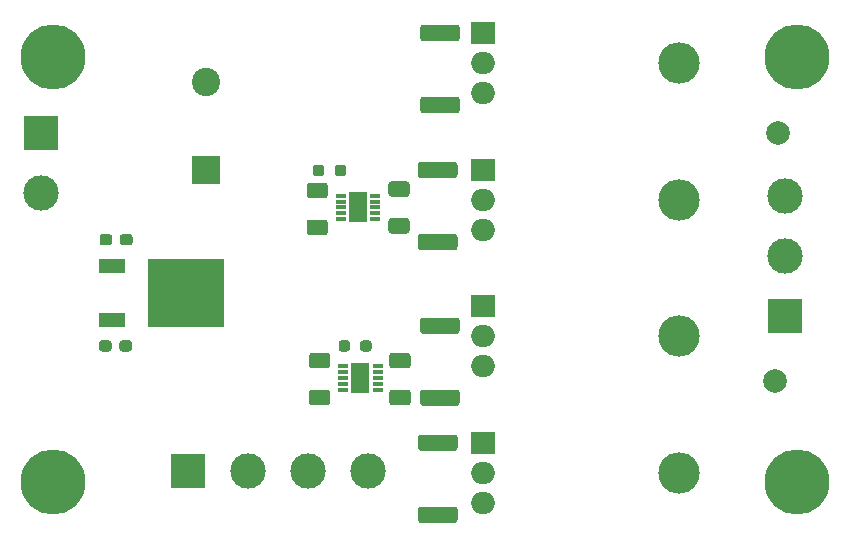
<source format=gts>
G04 #@! TF.GenerationSoftware,KiCad,Pcbnew,5.1.10*
G04 #@! TF.CreationDate,2021-08-14T17:22:50+12:00*
G04 #@! TF.ProjectId,GateStage,47617465-5374-4616-9765-2e6b69636164,rev?*
G04 #@! TF.SameCoordinates,Original*
G04 #@! TF.FileFunction,Soldermask,Top*
G04 #@! TF.FilePolarity,Negative*
%FSLAX46Y46*%
G04 Gerber Fmt 4.6, Leading zero omitted, Abs format (unit mm)*
G04 Created by KiCad (PCBNEW 5.1.10) date 2021-08-14 17:22:50*
%MOMM*%
%LPD*%
G01*
G04 APERTURE LIST*
%ADD10R,1.650000X2.600000*%
%ADD11R,0.850000X0.300000*%
%ADD12C,2.000000*%
%ADD13C,3.000000*%
%ADD14R,3.000000X3.000000*%
%ADD15C,5.500000*%
%ADD16C,2.400000*%
%ADD17R,2.400000X2.400000*%
%ADD18R,6.400000X5.800000*%
%ADD19R,2.200000X1.200000*%
%ADD20O,2.000000X1.905000*%
%ADD21R,2.000000X1.905000*%
%ADD22O,3.500000X3.500000*%
G04 APERTURE END LIST*
G36*
G01*
X148502999Y-47785000D02*
X149803001Y-47785000D01*
G75*
G02*
X150053000Y-48034999I0J-249999D01*
G01*
X150053000Y-48860001D01*
G75*
G02*
X149803001Y-49110000I-249999J0D01*
G01*
X148502999Y-49110000D01*
G75*
G02*
X148253000Y-48860001I0J249999D01*
G01*
X148253000Y-48034999D01*
G75*
G02*
X148502999Y-47785000I249999J0D01*
G01*
G37*
G36*
G01*
X148502999Y-44660000D02*
X149803001Y-44660000D01*
G75*
G02*
X150053000Y-44909999I0J-249999D01*
G01*
X150053000Y-45735001D01*
G75*
G02*
X149803001Y-45985000I-249999J0D01*
G01*
X148502999Y-45985000D01*
G75*
G02*
X148253000Y-45735001I0J249999D01*
G01*
X148253000Y-44909999D01*
G75*
G02*
X148502999Y-44660000I249999J0D01*
G01*
G37*
D10*
X145878000Y-61310000D03*
D11*
X144428000Y-62310000D03*
X144428000Y-61810000D03*
X144428000Y-61310000D03*
X144428000Y-60810000D03*
X144428000Y-60310000D03*
X147328000Y-60310000D03*
X147328000Y-60810000D03*
X147328000Y-61310000D03*
X147328000Y-61810000D03*
X147328000Y-62310000D03*
D10*
X145653000Y-46885000D03*
D11*
X144203000Y-47885000D03*
X144203000Y-47385000D03*
X144203000Y-46885000D03*
X144203000Y-46385000D03*
X144203000Y-45885000D03*
X147103000Y-45885000D03*
X147103000Y-46385000D03*
X147103000Y-46885000D03*
X147103000Y-47385000D03*
X147103000Y-47885000D03*
D12*
X181000000Y-61610000D03*
X181200000Y-40610000D03*
G36*
G01*
X151174999Y-62300000D02*
X154025001Y-62300000D01*
G75*
G02*
X154275000Y-62549999I0J-249999D01*
G01*
X154275000Y-63450001D01*
G75*
G02*
X154025001Y-63700000I-249999J0D01*
G01*
X151174999Y-63700000D01*
G75*
G02*
X150925000Y-63450001I0J249999D01*
G01*
X150925000Y-62549999D01*
G75*
G02*
X151174999Y-62300000I249999J0D01*
G01*
G37*
G36*
G01*
X151174999Y-56200000D02*
X154025001Y-56200000D01*
G75*
G02*
X154275000Y-56449999I0J-249999D01*
G01*
X154275000Y-57350001D01*
G75*
G02*
X154025001Y-57600000I-249999J0D01*
G01*
X151174999Y-57600000D01*
G75*
G02*
X150925000Y-57350001I0J249999D01*
G01*
X150925000Y-56449999D01*
G75*
G02*
X151174999Y-56200000I249999J0D01*
G01*
G37*
G36*
G01*
X151202999Y-37510000D02*
X154053001Y-37510000D01*
G75*
G02*
X154303000Y-37759999I0J-249999D01*
G01*
X154303000Y-38660001D01*
G75*
G02*
X154053001Y-38910000I-249999J0D01*
G01*
X151202999Y-38910000D01*
G75*
G02*
X150953000Y-38660001I0J249999D01*
G01*
X150953000Y-37759999D01*
G75*
G02*
X151202999Y-37510000I249999J0D01*
G01*
G37*
G36*
G01*
X151202999Y-31410000D02*
X154053001Y-31410000D01*
G75*
G02*
X154303000Y-31659999I0J-249999D01*
G01*
X154303000Y-32560001D01*
G75*
G02*
X154053001Y-32810000I-249999J0D01*
G01*
X151202999Y-32810000D01*
G75*
G02*
X150953000Y-32560001I0J249999D01*
G01*
X150953000Y-31659999D01*
G75*
G02*
X151202999Y-31410000I249999J0D01*
G01*
G37*
G36*
G01*
X151002999Y-72210000D02*
X153853001Y-72210000D01*
G75*
G02*
X154103000Y-72459999I0J-249999D01*
G01*
X154103000Y-73360001D01*
G75*
G02*
X153853001Y-73610000I-249999J0D01*
G01*
X151002999Y-73610000D01*
G75*
G02*
X150753000Y-73360001I0J249999D01*
G01*
X150753000Y-72459999D01*
G75*
G02*
X151002999Y-72210000I249999J0D01*
G01*
G37*
G36*
G01*
X151002999Y-66110000D02*
X153853001Y-66110000D01*
G75*
G02*
X154103000Y-66359999I0J-249999D01*
G01*
X154103000Y-67260001D01*
G75*
G02*
X153853001Y-67510000I-249999J0D01*
G01*
X151002999Y-67510000D01*
G75*
G02*
X150753000Y-67260001I0J249999D01*
G01*
X150753000Y-66359999D01*
G75*
G02*
X151002999Y-66110000I249999J0D01*
G01*
G37*
G36*
G01*
X151002999Y-49110000D02*
X153853001Y-49110000D01*
G75*
G02*
X154103000Y-49359999I0J-249999D01*
G01*
X154103000Y-50260001D01*
G75*
G02*
X153853001Y-50510000I-249999J0D01*
G01*
X151002999Y-50510000D01*
G75*
G02*
X150753000Y-50260001I0J249999D01*
G01*
X150753000Y-49359999D01*
G75*
G02*
X151002999Y-49110000I249999J0D01*
G01*
G37*
G36*
G01*
X151002999Y-43010000D02*
X153853001Y-43010000D01*
G75*
G02*
X154103000Y-43259999I0J-249999D01*
G01*
X154103000Y-44160001D01*
G75*
G02*
X153853001Y-44410000I-249999J0D01*
G01*
X151002999Y-44410000D01*
G75*
G02*
X150753000Y-44160001I0J249999D01*
G01*
X150753000Y-43259999D01*
G75*
G02*
X151002999Y-43010000I249999J0D01*
G01*
G37*
G36*
G01*
X145853000Y-58847500D02*
X145853000Y-58372500D01*
G75*
G02*
X146090500Y-58135000I237500J0D01*
G01*
X146590500Y-58135000D01*
G75*
G02*
X146828000Y-58372500I0J-237500D01*
G01*
X146828000Y-58847500D01*
G75*
G02*
X146590500Y-59085000I-237500J0D01*
G01*
X146090500Y-59085000D01*
G75*
G02*
X145853000Y-58847500I0J237500D01*
G01*
G37*
G36*
G01*
X144028000Y-58847500D02*
X144028000Y-58372500D01*
G75*
G02*
X144265500Y-58135000I237500J0D01*
G01*
X144765500Y-58135000D01*
G75*
G02*
X145003000Y-58372500I0J-237500D01*
G01*
X145003000Y-58847500D01*
G75*
G02*
X144765500Y-59085000I-237500J0D01*
G01*
X144265500Y-59085000D01*
G75*
G02*
X144028000Y-58847500I0J237500D01*
G01*
G37*
G36*
G01*
X142837500Y-43512500D02*
X142837500Y-43987500D01*
G75*
G02*
X142600000Y-44225000I-237500J0D01*
G01*
X142100000Y-44225000D01*
G75*
G02*
X141862500Y-43987500I0J237500D01*
G01*
X141862500Y-43512500D01*
G75*
G02*
X142100000Y-43275000I237500J0D01*
G01*
X142600000Y-43275000D01*
G75*
G02*
X142837500Y-43512500I0J-237500D01*
G01*
G37*
G36*
G01*
X144662500Y-43512500D02*
X144662500Y-43987500D01*
G75*
G02*
X144425000Y-44225000I-237500J0D01*
G01*
X143925000Y-44225000D01*
G75*
G02*
X143687500Y-43987500I0J237500D01*
G01*
X143687500Y-43512500D01*
G75*
G02*
X143925000Y-43275000I237500J0D01*
G01*
X144425000Y-43275000D01*
G75*
G02*
X144662500Y-43512500I0J-237500D01*
G01*
G37*
D13*
X181828000Y-45950000D03*
X181828000Y-51030000D03*
D14*
X181828000Y-56110000D03*
D13*
X118828000Y-45690000D03*
D14*
X118828000Y-40610000D03*
D13*
X146560000Y-69200000D03*
D14*
X131320000Y-69200000D03*
D13*
X141480000Y-69200000D03*
X136400000Y-69200000D03*
D15*
X182828000Y-70110000D03*
X119828000Y-70110000D03*
X182828000Y-34110000D03*
X119828000Y-34110000D03*
G36*
G01*
X148577999Y-62310000D02*
X149878001Y-62310000D01*
G75*
G02*
X150128000Y-62559999I0J-249999D01*
G01*
X150128000Y-63385001D01*
G75*
G02*
X149878001Y-63635000I-249999J0D01*
G01*
X148577999Y-63635000D01*
G75*
G02*
X148328000Y-63385001I0J249999D01*
G01*
X148328000Y-62559999D01*
G75*
G02*
X148577999Y-62310000I249999J0D01*
G01*
G37*
G36*
G01*
X148577999Y-59185000D02*
X149878001Y-59185000D01*
G75*
G02*
X150128000Y-59434999I0J-249999D01*
G01*
X150128000Y-60260001D01*
G75*
G02*
X149878001Y-60510000I-249999J0D01*
G01*
X148577999Y-60510000D01*
G75*
G02*
X148328000Y-60260001I0J249999D01*
G01*
X148328000Y-59434999D01*
G75*
G02*
X148577999Y-59185000I249999J0D01*
G01*
G37*
G36*
G01*
X142878001Y-46110000D02*
X141577999Y-46110000D01*
G75*
G02*
X141328000Y-45860001I0J249999D01*
G01*
X141328000Y-45034999D01*
G75*
G02*
X141577999Y-44785000I249999J0D01*
G01*
X142878001Y-44785000D01*
G75*
G02*
X143128000Y-45034999I0J-249999D01*
G01*
X143128000Y-45860001D01*
G75*
G02*
X142878001Y-46110000I-249999J0D01*
G01*
G37*
G36*
G01*
X142878001Y-49235000D02*
X141577999Y-49235000D01*
G75*
G02*
X141328000Y-48985001I0J249999D01*
G01*
X141328000Y-48159999D01*
G75*
G02*
X141577999Y-47910000I249999J0D01*
G01*
X142878001Y-47910000D01*
G75*
G02*
X143128000Y-48159999I0J-249999D01*
G01*
X143128000Y-48985001D01*
G75*
G02*
X142878001Y-49235000I-249999J0D01*
G01*
G37*
G36*
G01*
X143078001Y-60510000D02*
X141777999Y-60510000D01*
G75*
G02*
X141528000Y-60260001I0J249999D01*
G01*
X141528000Y-59434999D01*
G75*
G02*
X141777999Y-59185000I249999J0D01*
G01*
X143078001Y-59185000D01*
G75*
G02*
X143328000Y-59434999I0J-249999D01*
G01*
X143328000Y-60260001D01*
G75*
G02*
X143078001Y-60510000I-249999J0D01*
G01*
G37*
G36*
G01*
X143078001Y-63635000D02*
X141777999Y-63635000D01*
G75*
G02*
X141528000Y-63385001I0J249999D01*
G01*
X141528000Y-62559999D01*
G75*
G02*
X141777999Y-62310000I249999J0D01*
G01*
X143078001Y-62310000D01*
G75*
G02*
X143328000Y-62559999I0J-249999D01*
G01*
X143328000Y-63385001D01*
G75*
G02*
X143078001Y-63635000I-249999J0D01*
G01*
G37*
D16*
X132828000Y-36250000D03*
D17*
X132828000Y-43750000D03*
G36*
G01*
X125515500Y-49847500D02*
X125515500Y-49372500D01*
G75*
G02*
X125753000Y-49135000I237500J0D01*
G01*
X126353000Y-49135000D01*
G75*
G02*
X126590500Y-49372500I0J-237500D01*
G01*
X126590500Y-49847500D01*
G75*
G02*
X126353000Y-50085000I-237500J0D01*
G01*
X125753000Y-50085000D01*
G75*
G02*
X125515500Y-49847500I0J237500D01*
G01*
G37*
G36*
G01*
X123790500Y-49847500D02*
X123790500Y-49372500D01*
G75*
G02*
X124028000Y-49135000I237500J0D01*
G01*
X124628000Y-49135000D01*
G75*
G02*
X124865500Y-49372500I0J-237500D01*
G01*
X124865500Y-49847500D01*
G75*
G02*
X124628000Y-50085000I-237500J0D01*
G01*
X124028000Y-50085000D01*
G75*
G02*
X123790500Y-49847500I0J237500D01*
G01*
G37*
G36*
G01*
X125465500Y-58847500D02*
X125465500Y-58372500D01*
G75*
G02*
X125703000Y-58135000I237500J0D01*
G01*
X126303000Y-58135000D01*
G75*
G02*
X126540500Y-58372500I0J-237500D01*
G01*
X126540500Y-58847500D01*
G75*
G02*
X126303000Y-59085000I-237500J0D01*
G01*
X125703000Y-59085000D01*
G75*
G02*
X125465500Y-58847500I0J237500D01*
G01*
G37*
G36*
G01*
X123740500Y-58847500D02*
X123740500Y-58372500D01*
G75*
G02*
X123978000Y-58135000I237500J0D01*
G01*
X124578000Y-58135000D01*
G75*
G02*
X124815500Y-58372500I0J-237500D01*
G01*
X124815500Y-58847500D01*
G75*
G02*
X124578000Y-59085000I-237500J0D01*
G01*
X123978000Y-59085000D01*
G75*
G02*
X123740500Y-58847500I0J237500D01*
G01*
G37*
D18*
X131153000Y-54135000D03*
D19*
X124853000Y-56415000D03*
X124853000Y-51855000D03*
D20*
X156228000Y-71890000D03*
X156228000Y-69350000D03*
D21*
X156228000Y-66810000D03*
D22*
X172888000Y-69350000D03*
D20*
X156228000Y-60340000D03*
X156228000Y-57800000D03*
D21*
X156228000Y-55260000D03*
D22*
X172888000Y-57800000D03*
D20*
X156228000Y-48790000D03*
X156228000Y-46250000D03*
D21*
X156228000Y-43710000D03*
D22*
X172888000Y-46250000D03*
D20*
X156228000Y-37190000D03*
X156228000Y-34650000D03*
D21*
X156228000Y-32110000D03*
D22*
X172888000Y-34650000D03*
M02*

</source>
